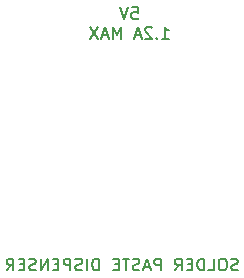
<source format=gbo>
G04 #@! TF.GenerationSoftware,KiCad,Pcbnew,5.0.2-bee76a0~70~ubuntu16.04.1*
G04 #@! TF.CreationDate,2019-07-11T08:17:54+02:00*
G04 #@! TF.ProjectId,paste_dispenser,70617374-655f-4646-9973-70656e736572,rev?*
G04 #@! TF.SameCoordinates,PX3dfd240PY3dfd240*
G04 #@! TF.FileFunction,Legend,Bot*
G04 #@! TF.FilePolarity,Positive*
%FSLAX46Y46*%
G04 Gerber Fmt 4.6, Leading zero omitted, Abs format (unit mm)*
G04 Created by KiCad (PCBNEW 5.0.2-bee76a0~70~ubuntu16.04.1) date Thu 11 Jul 2019 08:17:54 AM CEST*
%MOMM*%
%LPD*%
G01*
G04 APERTURE LIST*
%ADD10C,0.150000*%
%ADD11R,1.802000X1.802000*%
%ADD12O,1.802000X1.802000*%
%ADD13C,2.102000*%
G04 APERTURE END LIST*
D10*
X21042476Y25859620D02*
X21518666Y25859620D01*
X21566285Y25383429D01*
X21518666Y25431048D01*
X21423428Y25478667D01*
X21185333Y25478667D01*
X21090095Y25431048D01*
X21042476Y25383429D01*
X20994857Y25288191D01*
X20994857Y25050096D01*
X21042476Y24954858D01*
X21090095Y24907239D01*
X21185333Y24859620D01*
X21423428Y24859620D01*
X21518666Y24907239D01*
X21566285Y24954858D01*
X20709142Y25859620D02*
X20375809Y24859620D01*
X20042476Y25859620D01*
X23566285Y23209620D02*
X24137714Y23209620D01*
X23852000Y23209620D02*
X23852000Y24209620D01*
X23947238Y24066762D01*
X24042476Y23971524D01*
X24137714Y23923905D01*
X23137714Y23304858D02*
X23090095Y23257239D01*
X23137714Y23209620D01*
X23185333Y23257239D01*
X23137714Y23304858D01*
X23137714Y23209620D01*
X22709142Y24114381D02*
X22661523Y24162000D01*
X22566285Y24209620D01*
X22328190Y24209620D01*
X22232952Y24162000D01*
X22185333Y24114381D01*
X22137714Y24019143D01*
X22137714Y23923905D01*
X22185333Y23781048D01*
X22756761Y23209620D01*
X22137714Y23209620D01*
X21756761Y23495334D02*
X21280571Y23495334D01*
X21852000Y23209620D02*
X21518666Y24209620D01*
X21185333Y23209620D01*
X20090095Y23209620D02*
X20090095Y24209620D01*
X19756761Y23495334D01*
X19423428Y24209620D01*
X19423428Y23209620D01*
X18994857Y23495334D02*
X18518666Y23495334D01*
X19090095Y23209620D02*
X18756761Y24209620D01*
X18423428Y23209620D01*
X18185333Y24209620D02*
X17518666Y23209620D01*
X17518666Y24209620D02*
X18185333Y23209620D01*
X30002714Y3635239D02*
X29859857Y3587620D01*
X29621761Y3587620D01*
X29526523Y3635239D01*
X29478904Y3682858D01*
X29431285Y3778096D01*
X29431285Y3873334D01*
X29478904Y3968572D01*
X29526523Y4016191D01*
X29621761Y4063810D01*
X29812238Y4111429D01*
X29907476Y4159048D01*
X29955095Y4206667D01*
X30002714Y4301905D01*
X30002714Y4397143D01*
X29955095Y4492381D01*
X29907476Y4540000D01*
X29812238Y4587620D01*
X29574142Y4587620D01*
X29431285Y4540000D01*
X28812238Y4587620D02*
X28621761Y4587620D01*
X28526523Y4540000D01*
X28431285Y4444762D01*
X28383666Y4254286D01*
X28383666Y3920953D01*
X28431285Y3730477D01*
X28526523Y3635239D01*
X28621761Y3587620D01*
X28812238Y3587620D01*
X28907476Y3635239D01*
X29002714Y3730477D01*
X29050333Y3920953D01*
X29050333Y4254286D01*
X29002714Y4444762D01*
X28907476Y4540000D01*
X28812238Y4587620D01*
X27478904Y3587620D02*
X27955095Y3587620D01*
X27955095Y4587620D01*
X27145571Y3587620D02*
X27145571Y4587620D01*
X26907476Y4587620D01*
X26764619Y4540000D01*
X26669380Y4444762D01*
X26621761Y4349524D01*
X26574142Y4159048D01*
X26574142Y4016191D01*
X26621761Y3825715D01*
X26669380Y3730477D01*
X26764619Y3635239D01*
X26907476Y3587620D01*
X27145571Y3587620D01*
X26145571Y4111429D02*
X25812238Y4111429D01*
X25669380Y3587620D02*
X26145571Y3587620D01*
X26145571Y4587620D01*
X25669380Y4587620D01*
X24669380Y3587620D02*
X25002714Y4063810D01*
X25240809Y3587620D02*
X25240809Y4587620D01*
X24859857Y4587620D01*
X24764619Y4540000D01*
X24717000Y4492381D01*
X24669380Y4397143D01*
X24669380Y4254286D01*
X24717000Y4159048D01*
X24764619Y4111429D01*
X24859857Y4063810D01*
X25240809Y4063810D01*
X23478904Y3587620D02*
X23478904Y4587620D01*
X23097952Y4587620D01*
X23002714Y4540000D01*
X22955095Y4492381D01*
X22907476Y4397143D01*
X22907476Y4254286D01*
X22955095Y4159048D01*
X23002714Y4111429D01*
X23097952Y4063810D01*
X23478904Y4063810D01*
X22526523Y3873334D02*
X22050333Y3873334D01*
X22621761Y3587620D02*
X22288428Y4587620D01*
X21955095Y3587620D01*
X21669380Y3635239D02*
X21526523Y3587620D01*
X21288428Y3587620D01*
X21193190Y3635239D01*
X21145571Y3682858D01*
X21097952Y3778096D01*
X21097952Y3873334D01*
X21145571Y3968572D01*
X21193190Y4016191D01*
X21288428Y4063810D01*
X21478904Y4111429D01*
X21574142Y4159048D01*
X21621761Y4206667D01*
X21669380Y4301905D01*
X21669380Y4397143D01*
X21621761Y4492381D01*
X21574142Y4540000D01*
X21478904Y4587620D01*
X21240809Y4587620D01*
X21097952Y4540000D01*
X20812238Y4587620D02*
X20240809Y4587620D01*
X20526523Y3587620D02*
X20526523Y4587620D01*
X19907476Y4111429D02*
X19574142Y4111429D01*
X19431285Y3587620D02*
X19907476Y3587620D01*
X19907476Y4587620D01*
X19431285Y4587620D01*
X18240809Y3587620D02*
X18240809Y4587620D01*
X18002714Y4587620D01*
X17859857Y4540000D01*
X17764619Y4444762D01*
X17717000Y4349524D01*
X17669380Y4159048D01*
X17669380Y4016191D01*
X17717000Y3825715D01*
X17764619Y3730477D01*
X17859857Y3635239D01*
X18002714Y3587620D01*
X18240809Y3587620D01*
X17240809Y3587620D02*
X17240809Y4587620D01*
X16812238Y3635239D02*
X16669380Y3587620D01*
X16431285Y3587620D01*
X16336047Y3635239D01*
X16288428Y3682858D01*
X16240809Y3778096D01*
X16240809Y3873334D01*
X16288428Y3968572D01*
X16336047Y4016191D01*
X16431285Y4063810D01*
X16621761Y4111429D01*
X16717000Y4159048D01*
X16764619Y4206667D01*
X16812238Y4301905D01*
X16812238Y4397143D01*
X16764619Y4492381D01*
X16717000Y4540000D01*
X16621761Y4587620D01*
X16383666Y4587620D01*
X16240809Y4540000D01*
X15812238Y3587620D02*
X15812238Y4587620D01*
X15431285Y4587620D01*
X15336047Y4540000D01*
X15288428Y4492381D01*
X15240809Y4397143D01*
X15240809Y4254286D01*
X15288428Y4159048D01*
X15336047Y4111429D01*
X15431285Y4063810D01*
X15812238Y4063810D01*
X14812238Y4111429D02*
X14478904Y4111429D01*
X14336047Y3587620D02*
X14812238Y3587620D01*
X14812238Y4587620D01*
X14336047Y4587620D01*
X13907476Y3587620D02*
X13907476Y4587620D01*
X13336047Y3587620D01*
X13336047Y4587620D01*
X12907476Y3635239D02*
X12764619Y3587620D01*
X12526523Y3587620D01*
X12431285Y3635239D01*
X12383666Y3682858D01*
X12336047Y3778096D01*
X12336047Y3873334D01*
X12383666Y3968572D01*
X12431285Y4016191D01*
X12526523Y4063810D01*
X12717000Y4111429D01*
X12812238Y4159048D01*
X12859857Y4206667D01*
X12907476Y4301905D01*
X12907476Y4397143D01*
X12859857Y4492381D01*
X12812238Y4540000D01*
X12717000Y4587620D01*
X12478904Y4587620D01*
X12336047Y4540000D01*
X11907476Y4111429D02*
X11574142Y4111429D01*
X11431285Y3587620D02*
X11907476Y3587620D01*
X11907476Y4587620D01*
X11431285Y4587620D01*
X10431285Y3587620D02*
X10764619Y4063810D01*
X11002714Y3587620D02*
X11002714Y4587620D01*
X10621761Y4587620D01*
X10526523Y4540000D01*
X10478904Y4492381D01*
X10431285Y4397143D01*
X10431285Y4254286D01*
X10478904Y4159048D01*
X10526523Y4111429D01*
X10621761Y4063810D01*
X11002714Y4063810D01*
%LPC*%
D11*
G04 #@! TO.C,J2*
X37870000Y12168000D03*
D12*
X37870000Y14708000D03*
X37870000Y17248000D03*
X37870000Y19788000D03*
X37870000Y22328000D03*
X37870000Y24868000D03*
G04 #@! TD*
D11*
G04 #@! TO.C,J3*
X15772000Y28043000D03*
D12*
X18312000Y28043000D03*
X20852000Y28043000D03*
X23392000Y28043000D03*
X25932000Y28043000D03*
G04 #@! TD*
D11*
G04 #@! TO.C,J1*
X34060000Y13184000D03*
D12*
X34060000Y10644000D03*
X31520000Y13184000D03*
X31520000Y10644000D03*
X28980000Y13184000D03*
X28980000Y10644000D03*
G04 #@! TD*
D11*
G04 #@! TO.C,J4*
X34060000Y24868000D03*
D12*
X34060000Y22328000D03*
X34060000Y19788000D03*
X34060000Y17248000D03*
G04 #@! TD*
D13*
G04 #@! TO.C,SW4*
X37512000Y6580000D03*
X37512000Y2080000D03*
X31012000Y6580000D03*
X31012000Y2080000D03*
G04 #@! TD*
G04 #@! TO.C,SW3*
X21360000Y2080000D03*
X21360000Y6580000D03*
X27860000Y2080000D03*
X27860000Y6580000D03*
G04 #@! TD*
G04 #@! TO.C,SW1*
X8556000Y6580000D03*
X8556000Y2080000D03*
X2056000Y6580000D03*
X2056000Y2080000D03*
G04 #@! TD*
G04 #@! TO.C,SW2*
X11708000Y2080000D03*
X11708000Y6580000D03*
X18208000Y2080000D03*
X18208000Y6580000D03*
G04 #@! TD*
M02*

</source>
